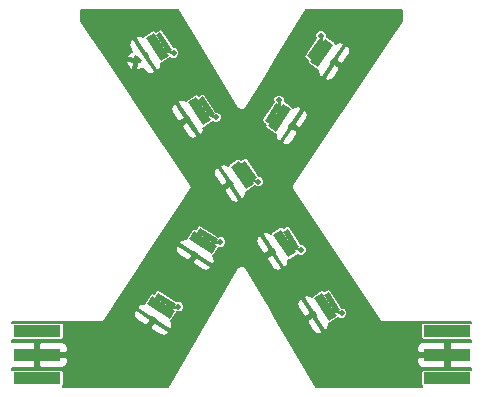
<source format=gtl>
G04 #@! TF.FileFunction,Copper,L1,Top,Signal*
%FSLAX46Y46*%
G04 Gerber Fmt 4.6, Leading zero omitted, Abs format (unit mm)*
G04 Created by KiCad (PCBNEW 4.0.0-rc2-stable) date 3/3/2016 3:49:08 PM*
%MOMM*%
G01*
G04 APERTURE LIST*
%ADD10C,0.150000*%
%ADD11C,0.500000*%
%ADD12R,4.000000X1.000000*%
%ADD13C,0.600000*%
%ADD14C,0.254000*%
%ADD15C,0.152400*%
G04 APERTURE END LIST*
D10*
G36*
X62786975Y-37441450D02*
X64297489Y-38420403D01*
X64025557Y-38839990D01*
X62515043Y-37861037D01*
X62786975Y-37441450D01*
X62786975Y-37441450D01*
G37*
G36*
X61494895Y-38975441D02*
X63424997Y-40226325D01*
X63250961Y-40494861D01*
X61320859Y-39243977D01*
X61494895Y-38975441D01*
X61494895Y-38975441D01*
G37*
G36*
X62305250Y-37725071D02*
X64235352Y-38975955D01*
X63800262Y-39647295D01*
X61870160Y-38396411D01*
X62305250Y-37725071D01*
X62305250Y-37725071D01*
G37*
D11*
X64522048Y-38625520D03*
D10*
G36*
X59227285Y-42934015D02*
X60737799Y-43912968D01*
X60465867Y-44332555D01*
X58955353Y-43353602D01*
X59227285Y-42934015D01*
X59227285Y-42934015D01*
G37*
G36*
X57935205Y-44468006D02*
X59865307Y-45718890D01*
X59691271Y-45987426D01*
X57761169Y-44736542D01*
X57935205Y-44468006D01*
X57935205Y-44468006D01*
G37*
G36*
X58745560Y-43217636D02*
X60675662Y-44468520D01*
X60240572Y-45139860D01*
X58310470Y-43888976D01*
X58745560Y-43217636D01*
X58745560Y-43217636D01*
G37*
D11*
X60962358Y-44118085D03*
D10*
G36*
X73683234Y-42869474D02*
X74658484Y-44382381D01*
X74238232Y-44653284D01*
X73262982Y-43140377D01*
X73683234Y-42869474D01*
X73683234Y-42869474D01*
G37*
G36*
X71875180Y-43737542D02*
X73121333Y-45670700D01*
X72852372Y-45844078D01*
X71606219Y-43910920D01*
X71875180Y-43737542D01*
X71875180Y-43737542D01*
G37*
G36*
X73127531Y-42930251D02*
X74373684Y-44863410D01*
X73701281Y-45296855D01*
X72455128Y-43363696D01*
X73127531Y-42930251D01*
X73127531Y-42930251D01*
G37*
D11*
X74779001Y-44661622D03*
D10*
G36*
X70232964Y-37517073D02*
X71208214Y-39029980D01*
X70787962Y-39300883D01*
X69812712Y-37787976D01*
X70232964Y-37517073D01*
X70232964Y-37517073D01*
G37*
G36*
X68424910Y-38385141D02*
X69671063Y-40318299D01*
X69402102Y-40491677D01*
X68155949Y-38558519D01*
X68424910Y-38385141D01*
X68424910Y-38385141D01*
G37*
G36*
X69677261Y-37577850D02*
X70923414Y-39511009D01*
X70251011Y-39944454D01*
X69004858Y-38011295D01*
X69677261Y-37577850D01*
X69677261Y-37577850D01*
G37*
D11*
X71328731Y-39309221D03*
D10*
G36*
X71845394Y-22925904D02*
X72832727Y-21420855D01*
X73250796Y-21695114D01*
X72263463Y-23200163D01*
X71845394Y-22925904D01*
X71845394Y-22925904D01*
G37*
G36*
X73372180Y-24226490D02*
X74633772Y-22303372D01*
X74901336Y-22478898D01*
X73639744Y-24402016D01*
X73372180Y-24226490D01*
X73372180Y-24226490D01*
G37*
G36*
X72126333Y-23409198D02*
X73387926Y-21486079D01*
X74056837Y-21924894D01*
X72795244Y-23848013D01*
X72126333Y-23409198D01*
X72126333Y-23409198D01*
G37*
D11*
X73039090Y-21197440D03*
D10*
G36*
X68275714Y-28367370D02*
X69263047Y-26862321D01*
X69681116Y-27136580D01*
X68693783Y-28641629D01*
X68275714Y-28367370D01*
X68275714Y-28367370D01*
G37*
G36*
X69802500Y-29667956D02*
X71064092Y-27744838D01*
X71331656Y-27920364D01*
X70070064Y-29843482D01*
X69802500Y-29667956D01*
X69802500Y-29667956D01*
G37*
G36*
X68556653Y-28850664D02*
X69818246Y-26927545D01*
X70487157Y-27366360D01*
X69225564Y-29289479D01*
X68556653Y-28850664D01*
X68556653Y-28850664D01*
G37*
D11*
X69469410Y-26638906D03*
D10*
G36*
X66624090Y-31744369D02*
X67615706Y-33246600D01*
X67198420Y-33522049D01*
X66206804Y-32019818D01*
X66624090Y-31744369D01*
X66624090Y-31744369D01*
G37*
G36*
X64825567Y-32632013D02*
X66092632Y-34551530D01*
X65825569Y-34727817D01*
X64558504Y-32808300D01*
X64825567Y-32632013D01*
X64825567Y-32632013D01*
G37*
G36*
X66069079Y-31811174D02*
X67336145Y-33730691D01*
X66668487Y-34171410D01*
X65401421Y-32251893D01*
X66069079Y-31811174D01*
X66069079Y-31811174D01*
G37*
D11*
X67739247Y-33524516D03*
D10*
G36*
X63032350Y-26303140D02*
X64023966Y-27805371D01*
X63606680Y-28080820D01*
X62615064Y-26578589D01*
X63032350Y-26303140D01*
X63032350Y-26303140D01*
G37*
G36*
X61233827Y-27190784D02*
X62500892Y-29110301D01*
X62233829Y-29286588D01*
X60966764Y-27367071D01*
X61233827Y-27190784D01*
X61233827Y-27190784D01*
G37*
G36*
X62477339Y-26369945D02*
X63744405Y-28289462D01*
X63076747Y-28730181D01*
X61809681Y-26810664D01*
X62477339Y-26369945D01*
X62477339Y-26369945D01*
G37*
D11*
X64147507Y-28083287D03*
D10*
G36*
X59440615Y-20861912D02*
X60432231Y-22364143D01*
X60014945Y-22639592D01*
X59023329Y-21137361D01*
X59440615Y-20861912D01*
X59440615Y-20861912D01*
G37*
G36*
X57642092Y-21749556D02*
X58909157Y-23669073D01*
X58642094Y-23845360D01*
X57375029Y-21925843D01*
X57642092Y-21749556D01*
X57642092Y-21749556D01*
G37*
G36*
X58885604Y-20928717D02*
X60152670Y-22848234D01*
X59485012Y-23288953D01*
X58217946Y-21369436D01*
X58885604Y-20928717D01*
X58885604Y-20928717D01*
G37*
D11*
X60555772Y-22642059D03*
D12*
X83741430Y-50192207D03*
X83741430Y-48192207D03*
X83741430Y-46192207D03*
D13*
X82741430Y-50192207D03*
X82741430Y-48192207D03*
X82741430Y-46192207D03*
D12*
X49020836Y-46192207D03*
X49020836Y-48192207D03*
X49020836Y-50192207D03*
D13*
X50020836Y-46192207D03*
X50020836Y-48192207D03*
X50020836Y-50192207D03*
D11*
X57389473Y-23280933D03*
D14*
X63410000Y-38140000D02*
X63050000Y-38690000D01*
X63410000Y-38140000D02*
X63050000Y-38690000D01*
X63410000Y-38140000D02*
X63050000Y-38690000D01*
X63410000Y-38140000D02*
X63050000Y-38690000D01*
X63410000Y-38140000D02*
X63050000Y-38690000D01*
X63410000Y-38140000D02*
X63050000Y-38690000D01*
X63410000Y-38140000D02*
X63050000Y-38690000D01*
X63410000Y-38140000D02*
X63050000Y-38690000D01*
X63410000Y-38140000D02*
X63050000Y-38690000D01*
X63050000Y-38690000D02*
X64520000Y-38630000D01*
X63050000Y-38690000D02*
X64520000Y-38630000D01*
X63050000Y-38690000D02*
X64520000Y-38630000D01*
X63050000Y-38690000D02*
X64520000Y-38630000D01*
X63050000Y-38690000D02*
X64520000Y-38630000D01*
X63050000Y-38690000D02*
X64520000Y-38630000D01*
X63050000Y-38690000D02*
X64520000Y-38630000D01*
X63050000Y-38690000D02*
X64520000Y-38630000D01*
X63050000Y-38690000D02*
X64520000Y-38630000D01*
X59850000Y-43630000D02*
X59490000Y-44180000D01*
X59850000Y-43630000D02*
X59490000Y-44180000D01*
X59850000Y-43630000D02*
X59490000Y-44180000D01*
X59850000Y-43630000D02*
X59490000Y-44180000D01*
X59850000Y-43630000D02*
X59490000Y-44180000D01*
X59850000Y-43630000D02*
X59490000Y-44180000D01*
X59850000Y-43630000D02*
X59490000Y-44180000D01*
X59850000Y-43630000D02*
X59490000Y-44180000D01*
X59850000Y-43630000D02*
X59490000Y-44180000D01*
X59490000Y-44180000D02*
X60960000Y-44120000D01*
X59490000Y-44180000D02*
X60960000Y-44120000D01*
X59490000Y-44180000D02*
X60960000Y-44120000D01*
X59490000Y-44180000D02*
X60960000Y-44120000D01*
X59490000Y-44180000D02*
X60960000Y-44120000D01*
X59490000Y-44180000D02*
X60960000Y-44120000D01*
X59490000Y-44180000D02*
X60960000Y-44120000D01*
X59490000Y-44180000D02*
X60960000Y-44120000D01*
X59490000Y-44180000D02*
X60960000Y-44120000D01*
X73960000Y-43760000D02*
X73410000Y-44110000D01*
X73960000Y-43760000D02*
X73410000Y-44110000D01*
X73960000Y-43760000D02*
X73410000Y-44110000D01*
X73960000Y-43760000D02*
X73410000Y-44110000D01*
X73960000Y-43760000D02*
X73410000Y-44110000D01*
X73960000Y-43760000D02*
X73410000Y-44110000D01*
X73960000Y-43760000D02*
X73410000Y-44110000D01*
X73960000Y-43760000D02*
X73410000Y-44110000D01*
X73960000Y-43760000D02*
X73410000Y-44110000D01*
X73410000Y-44110000D02*
X74780000Y-44660000D01*
X73410000Y-44110000D02*
X74780000Y-44660000D01*
X73410000Y-44110000D02*
X74780000Y-44660000D01*
X73410000Y-44110000D02*
X74780000Y-44660000D01*
X73410000Y-44110000D02*
X74780000Y-44660000D01*
X73410000Y-44110000D02*
X74780000Y-44660000D01*
X73410000Y-44110000D02*
X74780000Y-44660000D01*
X73410000Y-44110000D02*
X74780000Y-44660000D01*
X73410000Y-44110000D02*
X74780000Y-44660000D01*
X70510000Y-38410000D02*
X69960000Y-38760000D01*
X70510000Y-38410000D02*
X69960000Y-38760000D01*
X70510000Y-38410000D02*
X69960000Y-38760000D01*
X70510000Y-38410000D02*
X69960000Y-38760000D01*
X70510000Y-38410000D02*
X69960000Y-38760000D01*
X70510000Y-38410000D02*
X69960000Y-38760000D01*
X70510000Y-38410000D02*
X69960000Y-38760000D01*
X70510000Y-38410000D02*
X69960000Y-38760000D01*
X70510000Y-38410000D02*
X69960000Y-38760000D01*
X69960000Y-38760000D02*
X71330000Y-39310000D01*
X69960000Y-38760000D02*
X71330000Y-39310000D01*
X69960000Y-38760000D02*
X71330000Y-39310000D01*
X69960000Y-38760000D02*
X71330000Y-39310000D01*
X69960000Y-38760000D02*
X71330000Y-39310000D01*
X69960000Y-38760000D02*
X71330000Y-39310000D01*
X69960000Y-38760000D02*
X71330000Y-39310000D01*
X69960000Y-38760000D02*
X71330000Y-39310000D01*
X69960000Y-38760000D02*
X71330000Y-39310000D01*
X72550000Y-22310000D02*
X73090000Y-22670000D01*
X72550000Y-22310000D02*
X73090000Y-22670000D01*
X72550000Y-22310000D02*
X73090000Y-22670000D01*
X72550000Y-22310000D02*
X73090000Y-22670000D01*
X72550000Y-22310000D02*
X73090000Y-22670000D01*
X72550000Y-22310000D02*
X73090000Y-22670000D01*
X72550000Y-22310000D02*
X73090000Y-22670000D01*
X72550000Y-22310000D02*
X73090000Y-22670000D01*
X72550000Y-22310000D02*
X73090000Y-22670000D01*
X73090000Y-22670000D02*
X73040000Y-21200000D01*
X73090000Y-22670000D02*
X73040000Y-21200000D01*
X73090000Y-22670000D02*
X73040000Y-21200000D01*
X73090000Y-22670000D02*
X73040000Y-21200000D01*
X73090000Y-22670000D02*
X73040000Y-21200000D01*
X73090000Y-22670000D02*
X73040000Y-21200000D01*
X73090000Y-22670000D02*
X73040000Y-21200000D01*
X73090000Y-22670000D02*
X73040000Y-21200000D01*
X73090000Y-22670000D02*
X73040000Y-21200000D01*
X68980000Y-27750000D02*
X69520000Y-28110000D01*
X68980000Y-27750000D02*
X69520000Y-28110000D01*
X68980000Y-27750000D02*
X69520000Y-28110000D01*
X68980000Y-27750000D02*
X69520000Y-28110000D01*
X68980000Y-27750000D02*
X69520000Y-28110000D01*
X68980000Y-27750000D02*
X69520000Y-28110000D01*
X68980000Y-27750000D02*
X69520000Y-28110000D01*
X68980000Y-27750000D02*
X69520000Y-28110000D01*
X68980000Y-27750000D02*
X69520000Y-28110000D01*
X69520000Y-28110000D02*
X69470000Y-26640000D01*
X69520000Y-28110000D02*
X69470000Y-26640000D01*
X69520000Y-28110000D02*
X69470000Y-26640000D01*
X69520000Y-28110000D02*
X69470000Y-26640000D01*
X69520000Y-28110000D02*
X69470000Y-26640000D01*
X69520000Y-28110000D02*
X69470000Y-26640000D01*
X69520000Y-28110000D02*
X69470000Y-26640000D01*
X69520000Y-28110000D02*
X69470000Y-26640000D01*
X69520000Y-28110000D02*
X69470000Y-26640000D01*
X66910000Y-32630000D02*
X66370000Y-32990000D01*
X66910000Y-32630000D02*
X66370000Y-32990000D01*
X66910000Y-32630000D02*
X66370000Y-32990000D01*
X66910000Y-32630000D02*
X66370000Y-32990000D01*
X66910000Y-32630000D02*
X66370000Y-32990000D01*
X66910000Y-32630000D02*
X66370000Y-32990000D01*
X66910000Y-32630000D02*
X66370000Y-32990000D01*
X66910000Y-32630000D02*
X66370000Y-32990000D01*
X66910000Y-32630000D02*
X66370000Y-32990000D01*
X66370000Y-32990000D02*
X67740000Y-33520000D01*
X66370000Y-32990000D02*
X67740000Y-33520000D01*
X66370000Y-32990000D02*
X67740000Y-33520000D01*
X66370000Y-32990000D02*
X67740000Y-33520000D01*
X66370000Y-32990000D02*
X67740000Y-33520000D01*
X66370000Y-32990000D02*
X67740000Y-33520000D01*
X66370000Y-32990000D02*
X67740000Y-33520000D01*
X66370000Y-32990000D02*
X67740000Y-33520000D01*
X66370000Y-32990000D02*
X67740000Y-33520000D01*
X63320000Y-27190000D02*
X62780000Y-27550000D01*
X63320000Y-27190000D02*
X62780000Y-27550000D01*
X63320000Y-27190000D02*
X62780000Y-27550000D01*
X63320000Y-27190000D02*
X62780000Y-27550000D01*
X63320000Y-27190000D02*
X62780000Y-27550000D01*
X63320000Y-27190000D02*
X62780000Y-27550000D01*
X63320000Y-27190000D02*
X62780000Y-27550000D01*
X63320000Y-27190000D02*
X62780000Y-27550000D01*
X63320000Y-27190000D02*
X62780000Y-27550000D01*
X62780000Y-27550000D02*
X64150000Y-28080000D01*
X62780000Y-27550000D02*
X64150000Y-28080000D01*
X62780000Y-27550000D02*
X64150000Y-28080000D01*
X62780000Y-27550000D02*
X64150000Y-28080000D01*
X62780000Y-27550000D02*
X64150000Y-28080000D01*
X62780000Y-27550000D02*
X64150000Y-28080000D01*
X62780000Y-27550000D02*
X64150000Y-28080000D01*
X62780000Y-27550000D02*
X64150000Y-28080000D01*
X62780000Y-27550000D02*
X64150000Y-28080000D01*
X59730000Y-21750000D02*
X59190000Y-22110000D01*
X59730000Y-21750000D02*
X59190000Y-22110000D01*
X59730000Y-21750000D02*
X59190000Y-22110000D01*
X59730000Y-21750000D02*
X59190000Y-22110000D01*
X59730000Y-21750000D02*
X59190000Y-22110000D01*
X59730000Y-21750000D02*
X59190000Y-22110000D01*
X59730000Y-21750000D02*
X59190000Y-22110000D01*
X59730000Y-21750000D02*
X59190000Y-22110000D01*
X59730000Y-21750000D02*
X59190000Y-22110000D01*
X59190000Y-22110000D02*
X60560000Y-22640000D01*
X59190000Y-22110000D02*
X60560000Y-22640000D01*
X59190000Y-22110000D02*
X60560000Y-22640000D01*
X59190000Y-22110000D02*
X60560000Y-22640000D01*
X59190000Y-22110000D02*
X60560000Y-22640000D01*
X59190000Y-22110000D02*
X60560000Y-22640000D01*
X59190000Y-22110000D02*
X60560000Y-22640000D01*
X59190000Y-22110000D02*
X60560000Y-22640000D01*
X59190000Y-22110000D02*
X60560000Y-22640000D01*
D15*
G36*
X65962129Y-27295036D02*
X65984581Y-27319433D01*
X66003000Y-27347000D01*
X66021042Y-27359056D01*
X66035739Y-27375026D01*
X66065819Y-27388974D01*
X66093384Y-27407393D01*
X66114669Y-27411627D01*
X66134356Y-27420756D01*
X66167482Y-27422132D01*
X66200000Y-27428600D01*
X66440000Y-27428600D01*
X66472053Y-27422224D01*
X66504709Y-27420981D01*
X66524862Y-27411720D01*
X66546616Y-27407393D01*
X66573789Y-27389236D01*
X66603483Y-27375591D01*
X66618558Y-27359323D01*
X66637000Y-27347000D01*
X66655157Y-27319827D01*
X66677369Y-27295856D01*
X68257401Y-24724489D01*
X73332520Y-24724489D01*
X73374526Y-24926718D01*
X73416463Y-24954229D01*
X73644782Y-24997640D01*
X73872334Y-24950373D01*
X74064476Y-24819623D01*
X74191957Y-24625297D01*
X74581375Y-24031685D01*
X74539368Y-23829456D01*
X74106123Y-23545241D01*
X73332520Y-24724489D01*
X68257401Y-24724489D01*
X69335394Y-22970150D01*
X71616554Y-22970150D01*
X71651798Y-23055695D01*
X71717546Y-23120789D01*
X71940730Y-23267201D01*
X71931448Y-23281350D01*
X71898308Y-23360926D01*
X71897493Y-23453444D01*
X71932737Y-23538989D01*
X71998485Y-23604083D01*
X72667396Y-24042898D01*
X72746972Y-24076038D01*
X72806021Y-24076558D01*
X72776556Y-24231527D01*
X72823822Y-24459080D01*
X72954572Y-24651222D01*
X72996508Y-24678733D01*
X73198737Y-24636726D01*
X73972340Y-23457478D01*
X73905449Y-23413597D01*
X74014142Y-23247910D01*
X74301176Y-23247910D01*
X74734421Y-23532125D01*
X74936650Y-23490118D01*
X75326068Y-22896506D01*
X75453548Y-22702180D01*
X75496960Y-22473861D01*
X75449694Y-22246308D01*
X75318944Y-22054166D01*
X75277008Y-22026655D01*
X75074779Y-22068662D01*
X74301176Y-23247910D01*
X74014142Y-23247910D01*
X74100503Y-23116266D01*
X74167393Y-23160147D01*
X74940996Y-21980899D01*
X74898990Y-21778670D01*
X74857053Y-21751159D01*
X74628734Y-21707748D01*
X74401182Y-21755015D01*
X74270543Y-21843913D01*
X74250433Y-21795103D01*
X74184685Y-21730009D01*
X73517607Y-21292396D01*
X73517773Y-21102658D01*
X73445064Y-20926689D01*
X73310549Y-20791940D01*
X73134707Y-20718924D01*
X72944308Y-20718757D01*
X72768339Y-20791466D01*
X72633590Y-20925981D01*
X72560574Y-21101823D01*
X72560407Y-21292222D01*
X72590531Y-21365127D01*
X71650509Y-22798056D01*
X71617369Y-22877632D01*
X71616554Y-22970150D01*
X69335394Y-22970150D01*
X71775801Y-18998600D01*
X79921400Y-18998600D01*
X79921400Y-19895397D01*
X70608446Y-33815079D01*
X70587907Y-33864580D01*
X70567062Y-33914118D01*
X70567058Y-33914828D01*
X70566786Y-33915484D01*
X70566753Y-33969204D01*
X70566453Y-34022821D01*
X70566720Y-34023477D01*
X70566720Y-34024188D01*
X70587248Y-34073831D01*
X70607489Y-34123482D01*
X77987489Y-45303482D01*
X78007327Y-45323544D01*
X78023000Y-45347000D01*
X78045170Y-45361814D01*
X78063923Y-45380778D01*
X78089929Y-45391721D01*
X78113384Y-45407393D01*
X78139538Y-45412595D01*
X78164118Y-45422938D01*
X78192331Y-45423096D01*
X78220000Y-45428600D01*
X85771400Y-45428600D01*
X85771400Y-45465198D01*
X85741430Y-45459129D01*
X81741430Y-45459129D01*
X81656716Y-45475069D01*
X81578912Y-45525135D01*
X81526715Y-45601527D01*
X81508352Y-45692207D01*
X81508352Y-46692207D01*
X81524292Y-46776921D01*
X81574358Y-46854725D01*
X81650750Y-46906922D01*
X81741430Y-46925285D01*
X85741430Y-46925285D01*
X85771400Y-46919646D01*
X85771400Y-47108007D01*
X84065280Y-47108007D01*
X83919230Y-47254057D01*
X83919230Y-48014407D01*
X83939230Y-48014407D01*
X83939230Y-48370007D01*
X83919230Y-48370007D01*
X83919230Y-49130357D01*
X84065280Y-49276407D01*
X85771400Y-49276407D01*
X85771400Y-49465198D01*
X85741430Y-49459129D01*
X81741430Y-49459129D01*
X81656716Y-49475069D01*
X81578912Y-49525135D01*
X81526715Y-49601527D01*
X81508352Y-49692207D01*
X81508352Y-50692207D01*
X81524292Y-50776921D01*
X81574358Y-50854725D01*
X81598762Y-50871400D01*
X81350000Y-50871400D01*
X81299726Y-50881400D01*
X72570291Y-50881400D01*
X70648624Y-47576002D01*
X81157230Y-47576002D01*
X81157230Y-47868357D01*
X81303280Y-48014407D01*
X81873510Y-48014407D01*
X81842018Y-48130540D01*
X81872812Y-48370007D01*
X81303280Y-48370007D01*
X81157230Y-48516057D01*
X81157230Y-48808412D01*
X81246169Y-49023130D01*
X81410508Y-49187468D01*
X81625226Y-49276407D01*
X83417580Y-49276407D01*
X83563630Y-49130357D01*
X83563630Y-48538605D01*
X83640842Y-48253874D01*
X83595977Y-47904990D01*
X83563630Y-47826897D01*
X83563630Y-47254057D01*
X83417580Y-47108007D01*
X81625226Y-47108007D01*
X81410508Y-47196946D01*
X81246169Y-47361284D01*
X81157230Y-47576002D01*
X70648624Y-47576002D01*
X69422054Y-45466219D01*
X71913737Y-45466219D01*
X72298389Y-46062930D01*
X72424310Y-46258271D01*
X72615398Y-46390555D01*
X72842565Y-46439643D01*
X73071224Y-46398061D01*
X73113379Y-46370887D01*
X73157004Y-46169001D01*
X72392869Y-44983596D01*
X71957362Y-45264333D01*
X71913737Y-45466219D01*
X69422054Y-45466219D01*
X68512144Y-43901113D01*
X71010655Y-43901113D01*
X71052237Y-44129772D01*
X71178157Y-44325113D01*
X71562809Y-44921825D01*
X71764696Y-44965449D01*
X72200203Y-44684713D01*
X71436067Y-43499308D01*
X71234181Y-43455683D01*
X71192025Y-43482858D01*
X71059742Y-43673947D01*
X71010655Y-43901113D01*
X68512144Y-43901113D01*
X68228147Y-43412619D01*
X71570548Y-43412619D01*
X72334683Y-44598024D01*
X72401923Y-44554680D01*
X72594590Y-44853562D01*
X72527349Y-44896907D01*
X73291485Y-46082312D01*
X73493371Y-46125937D01*
X73535527Y-46098762D01*
X73667810Y-45907673D01*
X73716897Y-45680507D01*
X73688625Y-45525039D01*
X73741398Y-45526455D01*
X73827564Y-45492758D01*
X74499833Y-45059399D01*
X74507542Y-45067122D01*
X74683384Y-45140138D01*
X74873783Y-45140305D01*
X75049752Y-45067596D01*
X75184501Y-44933081D01*
X75257517Y-44757239D01*
X75257684Y-44566840D01*
X75184975Y-44390871D01*
X75050460Y-44256122D01*
X74874618Y-44183106D01*
X74807297Y-44183047D01*
X73879137Y-42743191D01*
X73819841Y-42680625D01*
X73735605Y-42642356D01*
X73643118Y-42639874D01*
X73556951Y-42673571D01*
X73332602Y-42818191D01*
X73323434Y-42803968D01*
X73264138Y-42741402D01*
X73179902Y-42703133D01*
X73087414Y-42700651D01*
X73001248Y-42734348D01*
X72328845Y-43167793D01*
X72266279Y-43227089D01*
X72241854Y-43280852D01*
X72112154Y-43191065D01*
X71884987Y-43141977D01*
X71656328Y-43183559D01*
X71614173Y-43210733D01*
X71570548Y-43412619D01*
X68228147Y-43412619D01*
X66720854Y-40819974D01*
X66697018Y-40792959D01*
X66677000Y-40763000D01*
X66661369Y-40752556D01*
X66648934Y-40738462D01*
X66616576Y-40722625D01*
X66586616Y-40702607D01*
X66568179Y-40698940D01*
X66551296Y-40690677D01*
X66515336Y-40688429D01*
X66480000Y-40681400D01*
X66200000Y-40681400D01*
X66164664Y-40688429D01*
X66128704Y-40690677D01*
X66111820Y-40698940D01*
X66093384Y-40702607D01*
X66063428Y-40722623D01*
X66031066Y-40738461D01*
X66018629Y-40752557D01*
X66003000Y-40763000D01*
X65982983Y-40792958D01*
X65959146Y-40819974D01*
X60109709Y-50881400D01*
X51380274Y-50881400D01*
X51330000Y-50871400D01*
X51164518Y-50871400D01*
X51183354Y-50859279D01*
X51235551Y-50782887D01*
X51253914Y-50692207D01*
X51253914Y-49692207D01*
X51237974Y-49607493D01*
X51187908Y-49529689D01*
X51111516Y-49477492D01*
X51020836Y-49459129D01*
X47020836Y-49459129D01*
X46936122Y-49475069D01*
X46908600Y-49492779D01*
X46908600Y-49276407D01*
X48696986Y-49276407D01*
X48843036Y-49130357D01*
X48843036Y-48370007D01*
X48823036Y-48370007D01*
X48823036Y-48130540D01*
X49121424Y-48130540D01*
X49166289Y-48479424D01*
X49198636Y-48557517D01*
X49198636Y-49130357D01*
X49344686Y-49276407D01*
X51137040Y-49276407D01*
X51351758Y-49187468D01*
X51516097Y-49023130D01*
X51605036Y-48808412D01*
X51605036Y-48516057D01*
X51458986Y-48370007D01*
X50888756Y-48370007D01*
X50920248Y-48253874D01*
X50889454Y-48014407D01*
X51458986Y-48014407D01*
X51605036Y-47868357D01*
X51605036Y-47576002D01*
X51516097Y-47361284D01*
X51351758Y-47196946D01*
X51137040Y-47108007D01*
X49344686Y-47108007D01*
X49198636Y-47254057D01*
X49198636Y-47845809D01*
X49121424Y-48130540D01*
X48823036Y-48130540D01*
X48823036Y-48014407D01*
X48843036Y-48014407D01*
X48843036Y-47254057D01*
X48696986Y-47108007D01*
X46908600Y-47108007D01*
X46908600Y-46892193D01*
X46930156Y-46906922D01*
X47020836Y-46925285D01*
X51020836Y-46925285D01*
X51105550Y-46909345D01*
X51183354Y-46859279D01*
X51235551Y-46782887D01*
X51253914Y-46692207D01*
X51253914Y-45826367D01*
X58637132Y-45826367D01*
X58680262Y-46028359D01*
X59276030Y-46414472D01*
X59471062Y-46540870D01*
X59699618Y-46583012D01*
X59926904Y-46534482D01*
X60118317Y-46402666D01*
X60145594Y-46360578D01*
X60102464Y-46158585D01*
X58918934Y-45391549D01*
X58637132Y-45826367D01*
X51253914Y-45826367D01*
X51253914Y-45692207D01*
X51237974Y-45607493D01*
X51187908Y-45529689D01*
X51111516Y-45477492D01*
X51020836Y-45459129D01*
X47020836Y-45459129D01*
X46936122Y-45475069D01*
X46908600Y-45492779D01*
X46908600Y-45428600D01*
X54450000Y-45428600D01*
X54477923Y-45423046D01*
X54506392Y-45422833D01*
X54530713Y-45412545D01*
X54556616Y-45407393D01*
X54580288Y-45391576D01*
X54606508Y-45380485D01*
X54625042Y-45361672D01*
X54647000Y-45347000D01*
X54662816Y-45323329D01*
X54682798Y-45303047D01*
X55049743Y-44744890D01*
X57165583Y-44744890D01*
X57214114Y-44972176D01*
X57345930Y-45163589D01*
X57540961Y-45289987D01*
X58136729Y-45676100D01*
X58338721Y-45632969D01*
X58620524Y-45198151D01*
X57436994Y-44431115D01*
X57235002Y-44474245D01*
X57207724Y-44516334D01*
X57165583Y-44744890D01*
X55049743Y-44744890D01*
X55477092Y-44094854D01*
X57480882Y-44094854D01*
X57524012Y-44296847D01*
X58707542Y-45063883D01*
X58751051Y-44996749D01*
X59049461Y-45190147D01*
X59005952Y-45257281D01*
X60189482Y-46024317D01*
X60391474Y-45981187D01*
X60418752Y-45939098D01*
X60460893Y-45710542D01*
X60412362Y-45483256D01*
X60322739Y-45353112D01*
X60371438Y-45332732D01*
X60436165Y-45266622D01*
X60870398Y-44596604D01*
X61057140Y-44596768D01*
X61233109Y-44524059D01*
X61367858Y-44389544D01*
X61440874Y-44213702D01*
X61441041Y-44023303D01*
X61368332Y-43847334D01*
X61233817Y-43712585D01*
X61057975Y-43639569D01*
X60867576Y-43639402D01*
X60792264Y-43670520D01*
X59354047Y-42738422D01*
X59274289Y-42705726D01*
X59181768Y-42705425D01*
X59096420Y-42741143D01*
X59031692Y-42807252D01*
X58886523Y-43031246D01*
X58872322Y-43022043D01*
X58792563Y-42989347D01*
X58700043Y-42989046D01*
X58614694Y-43024764D01*
X58549967Y-43090874D01*
X58114877Y-43762214D01*
X58082181Y-43841973D01*
X58081989Y-43901024D01*
X57926858Y-43872420D01*
X57699572Y-43920950D01*
X57508159Y-44052766D01*
X57480882Y-44094854D01*
X55477092Y-44094854D01*
X57949698Y-40333802D01*
X62196822Y-40333802D01*
X62239952Y-40535794D01*
X62835720Y-40921907D01*
X63030752Y-41048305D01*
X63259308Y-41090447D01*
X63486594Y-41041917D01*
X63678007Y-40910101D01*
X63705284Y-40868013D01*
X63662154Y-40666020D01*
X62478624Y-39898984D01*
X62196822Y-40333802D01*
X57949698Y-40333802D01*
X58660687Y-39252325D01*
X60725273Y-39252325D01*
X60773804Y-39479611D01*
X60905620Y-39671024D01*
X61100651Y-39797422D01*
X61696419Y-40183535D01*
X61898411Y-40140404D01*
X62180214Y-39705586D01*
X60996684Y-38938550D01*
X60794692Y-38981680D01*
X60767414Y-39023769D01*
X60725273Y-39252325D01*
X58660687Y-39252325D01*
X59088036Y-38602289D01*
X61040572Y-38602289D01*
X61083702Y-38804282D01*
X62267232Y-39571318D01*
X62310741Y-39504184D01*
X62609151Y-39697582D01*
X62565642Y-39764716D01*
X63749172Y-40531752D01*
X63951164Y-40488622D01*
X63978442Y-40446533D01*
X64020583Y-40217977D01*
X63998343Y-40113818D01*
X68463467Y-40113818D01*
X68848119Y-40710529D01*
X68974040Y-40905870D01*
X69165128Y-41038154D01*
X69392295Y-41087242D01*
X69620954Y-41045660D01*
X69663109Y-41018486D01*
X69706734Y-40816600D01*
X68942599Y-39631195D01*
X68507092Y-39911932D01*
X68463467Y-40113818D01*
X63998343Y-40113818D01*
X63972052Y-39990691D01*
X63882429Y-39860547D01*
X63931128Y-39840167D01*
X63995855Y-39774057D01*
X64430088Y-39104039D01*
X64616830Y-39104203D01*
X64792799Y-39031494D01*
X64927548Y-38896979D01*
X65000564Y-38721137D01*
X65000715Y-38548712D01*
X67560385Y-38548712D01*
X67601967Y-38777371D01*
X67727887Y-38972712D01*
X68112539Y-39569424D01*
X68314426Y-39613048D01*
X68749933Y-39332312D01*
X67985797Y-38146907D01*
X67783911Y-38103282D01*
X67741755Y-38130457D01*
X67609472Y-38321546D01*
X67560385Y-38548712D01*
X65000715Y-38548712D01*
X65000731Y-38530738D01*
X64928022Y-38354769D01*
X64793507Y-38220020D01*
X64617665Y-38147004D01*
X64427266Y-38146837D01*
X64351954Y-38177955D01*
X64170288Y-38060218D01*
X68120278Y-38060218D01*
X68884413Y-39245623D01*
X68951653Y-39202279D01*
X69144320Y-39501161D01*
X69077079Y-39544506D01*
X69841215Y-40729911D01*
X70043101Y-40773536D01*
X70085257Y-40746361D01*
X70217540Y-40555272D01*
X70266627Y-40328106D01*
X70238355Y-40172638D01*
X70291128Y-40174054D01*
X70377294Y-40140357D01*
X71049563Y-39706998D01*
X71057272Y-39714721D01*
X71233114Y-39787737D01*
X71423513Y-39787904D01*
X71599482Y-39715195D01*
X71734231Y-39580680D01*
X71807247Y-39404838D01*
X71807414Y-39214439D01*
X71734705Y-39038470D01*
X71600190Y-38903721D01*
X71424348Y-38830705D01*
X71357027Y-38830646D01*
X70428867Y-37390790D01*
X70369571Y-37328224D01*
X70285335Y-37289955D01*
X70192848Y-37287473D01*
X70106681Y-37321170D01*
X69882332Y-37465790D01*
X69873164Y-37451567D01*
X69813868Y-37389001D01*
X69729632Y-37350732D01*
X69637144Y-37348250D01*
X69550978Y-37381947D01*
X68878575Y-37815392D01*
X68816009Y-37874688D01*
X68791584Y-37928451D01*
X68661884Y-37838664D01*
X68434717Y-37789576D01*
X68206058Y-37831158D01*
X68163903Y-37858332D01*
X68120278Y-38060218D01*
X64170288Y-38060218D01*
X62913737Y-37245857D01*
X62833979Y-37213161D01*
X62741458Y-37212860D01*
X62656110Y-37248578D01*
X62591382Y-37314687D01*
X62446213Y-37538681D01*
X62432012Y-37529478D01*
X62352253Y-37496782D01*
X62259733Y-37496481D01*
X62174384Y-37532199D01*
X62109657Y-37598309D01*
X61674567Y-38269649D01*
X61641871Y-38349408D01*
X61641679Y-38408459D01*
X61486548Y-38379855D01*
X61259262Y-38428385D01*
X61067849Y-38560201D01*
X61040572Y-38602289D01*
X59088036Y-38602289D01*
X61876907Y-34360170D01*
X64882888Y-34360170D01*
X65273995Y-34952670D01*
X65402029Y-35146632D01*
X65594542Y-35276834D01*
X65822228Y-35323453D01*
X66050422Y-35279391D01*
X66092280Y-35251761D01*
X66133711Y-35049413D01*
X65356752Y-33872374D01*
X64924318Y-34157822D01*
X64882888Y-34360170D01*
X61876907Y-34360170D01*
X62032798Y-34123047D01*
X62052906Y-34073458D01*
X62073279Y-34024188D01*
X62073278Y-34023216D01*
X62073646Y-34022309D01*
X62073246Y-33968813D01*
X62073214Y-33915483D01*
X62072840Y-33914582D01*
X62072833Y-33913608D01*
X62052014Y-33864389D01*
X62031554Y-33815079D01*
X61355735Y-32804960D01*
X63962868Y-32804960D01*
X64006930Y-33033154D01*
X64134963Y-33227117D01*
X64526071Y-33819617D01*
X64728419Y-33861048D01*
X65160853Y-33575600D01*
X64383893Y-32398561D01*
X64181545Y-32357130D01*
X64139687Y-32384760D01*
X64009486Y-32577274D01*
X63962868Y-32804960D01*
X61355735Y-32804960D01*
X61024862Y-32310417D01*
X64517425Y-32310417D01*
X65294384Y-33487456D01*
X65361150Y-33443384D01*
X65557049Y-33740158D01*
X65490283Y-33784230D01*
X66267243Y-34961269D01*
X66469591Y-35002700D01*
X66511449Y-34975070D01*
X66641650Y-34782556D01*
X66688268Y-34554870D01*
X66658310Y-34399718D01*
X66711094Y-34400561D01*
X66796889Y-34365930D01*
X67463609Y-33925830D01*
X67467788Y-33930016D01*
X67643630Y-34003032D01*
X67834029Y-34003199D01*
X68009998Y-33930490D01*
X68144747Y-33795975D01*
X68217763Y-33620133D01*
X68217930Y-33429734D01*
X68145221Y-33253765D01*
X68010706Y-33119016D01*
X67834864Y-33046000D01*
X67762528Y-33045937D01*
X66818611Y-31615967D01*
X66758639Y-31554048D01*
X66673993Y-31516696D01*
X66581483Y-31515218D01*
X66495688Y-31549849D01*
X66272922Y-31696896D01*
X66263599Y-31682772D01*
X66203628Y-31620853D01*
X66118982Y-31583501D01*
X66026472Y-31582023D01*
X65940677Y-31616654D01*
X65273019Y-32057373D01*
X65211100Y-32117344D01*
X65187260Y-32171369D01*
X65056594Y-32082996D01*
X64828908Y-32036377D01*
X64600714Y-32080439D01*
X64558856Y-32108069D01*
X64517425Y-32310417D01*
X61024862Y-32310417D01*
X59590111Y-30165955D01*
X69762840Y-30165955D01*
X69804846Y-30368184D01*
X69846783Y-30395695D01*
X70075102Y-30439106D01*
X70302654Y-30391839D01*
X70494796Y-30261089D01*
X70622277Y-30066763D01*
X71011695Y-29473151D01*
X70969688Y-29270922D01*
X70536443Y-28986707D01*
X69762840Y-30165955D01*
X59590111Y-30165955D01*
X58755797Y-28918941D01*
X61291148Y-28918941D01*
X61682255Y-29511441D01*
X61810289Y-29705403D01*
X62002802Y-29835605D01*
X62230488Y-29882224D01*
X62458682Y-29838162D01*
X62500540Y-29810532D01*
X62541971Y-29608184D01*
X61765012Y-28431145D01*
X61332578Y-28716593D01*
X61291148Y-28918941D01*
X58755797Y-28918941D01*
X57715285Y-27363731D01*
X60371128Y-27363731D01*
X60415190Y-27591925D01*
X60543223Y-27785888D01*
X60934331Y-28378388D01*
X61136679Y-28419819D01*
X61569113Y-28134371D01*
X60792153Y-26957332D01*
X60589805Y-26915901D01*
X60547947Y-26943531D01*
X60417746Y-27136045D01*
X60371128Y-27363731D01*
X57715285Y-27363731D01*
X57384412Y-26869188D01*
X60925685Y-26869188D01*
X61702644Y-28046227D01*
X61769410Y-28002155D01*
X61965309Y-28298929D01*
X61898543Y-28343001D01*
X62675503Y-29520040D01*
X62877851Y-29561471D01*
X62919709Y-29533841D01*
X63049910Y-29341327D01*
X63096528Y-29113641D01*
X63066570Y-28958489D01*
X63119354Y-28959332D01*
X63205149Y-28924701D01*
X63871869Y-28484601D01*
X63876048Y-28488787D01*
X64051890Y-28561803D01*
X64242289Y-28561970D01*
X64418258Y-28489261D01*
X64496038Y-28411616D01*
X68046874Y-28411616D01*
X68082118Y-28497161D01*
X68147866Y-28562255D01*
X68371050Y-28708667D01*
X68361768Y-28722816D01*
X68328628Y-28802392D01*
X68327813Y-28894910D01*
X68363057Y-28980455D01*
X68428805Y-29045549D01*
X69097716Y-29484364D01*
X69177292Y-29517504D01*
X69236341Y-29518024D01*
X69206876Y-29672993D01*
X69254142Y-29900546D01*
X69384892Y-30092688D01*
X69426828Y-30120199D01*
X69629057Y-30078192D01*
X70402660Y-28898944D01*
X70335769Y-28855063D01*
X70444462Y-28689376D01*
X70731496Y-28689376D01*
X71164741Y-28973591D01*
X71366970Y-28931584D01*
X71756388Y-28337972D01*
X71883868Y-28143646D01*
X71927280Y-27915327D01*
X71880014Y-27687774D01*
X71749264Y-27495632D01*
X71707328Y-27468121D01*
X71505099Y-27510128D01*
X70731496Y-28689376D01*
X70444462Y-28689376D01*
X70530823Y-28557732D01*
X70597713Y-28601613D01*
X71371316Y-27422365D01*
X71329310Y-27220136D01*
X71287373Y-27192625D01*
X71059054Y-27149214D01*
X70831502Y-27196481D01*
X70700863Y-27285379D01*
X70680753Y-27236569D01*
X70615005Y-27171475D01*
X69947927Y-26733862D01*
X69948093Y-26544124D01*
X69875384Y-26368155D01*
X69740869Y-26233406D01*
X69565027Y-26160390D01*
X69374628Y-26160223D01*
X69198659Y-26232932D01*
X69063910Y-26367447D01*
X68990894Y-26543289D01*
X68990727Y-26733688D01*
X69020851Y-26806593D01*
X68080829Y-28239522D01*
X68047689Y-28319098D01*
X68046874Y-28411616D01*
X64496038Y-28411616D01*
X64553007Y-28354746D01*
X64626023Y-28178904D01*
X64626190Y-27988505D01*
X64553481Y-27812536D01*
X64418966Y-27677787D01*
X64243124Y-27604771D01*
X64170788Y-27604708D01*
X63226871Y-26174738D01*
X63166899Y-26112819D01*
X63082253Y-26075467D01*
X62989743Y-26073989D01*
X62903948Y-26108620D01*
X62681182Y-26255667D01*
X62671859Y-26241543D01*
X62611888Y-26179624D01*
X62527242Y-26142272D01*
X62434732Y-26140794D01*
X62348937Y-26175425D01*
X61681279Y-26616144D01*
X61619360Y-26676115D01*
X61595520Y-26730140D01*
X61464854Y-26641767D01*
X61237168Y-26595148D01*
X61008974Y-26639210D01*
X60967116Y-26666840D01*
X60925685Y-26869188D01*
X57384412Y-26869188D01*
X55058009Y-23392013D01*
X56546214Y-23392013D01*
X56652911Y-23706259D01*
X56871744Y-23955752D01*
X56998079Y-24036072D01*
X57146592Y-23942234D01*
X57244760Y-23382462D01*
X56684988Y-23284294D01*
X56546214Y-23392013D01*
X55058009Y-23392013D01*
X54721830Y-22889539D01*
X56634334Y-22889539D01*
X56728172Y-23038052D01*
X57287944Y-23136220D01*
X57326998Y-22913529D01*
X57342596Y-22937160D01*
X57544944Y-22978591D01*
X57572605Y-22960332D01*
X57534186Y-23179404D01*
X57812323Y-23228181D01*
X57740843Y-23275365D01*
X57722915Y-23362925D01*
X57655064Y-23295074D01*
X57519495Y-23430643D01*
X57491002Y-23425646D01*
X57483880Y-23466258D01*
X57403614Y-23546524D01*
X57459928Y-23602838D01*
X57392834Y-23985418D01*
X57500553Y-24124192D01*
X57814799Y-24017495D01*
X57846649Y-23989559D01*
X57864117Y-24007027D01*
X57975372Y-23895772D01*
X58090520Y-24070213D01*
X58218554Y-24264175D01*
X58411067Y-24394377D01*
X58638753Y-24440996D01*
X58866947Y-24396934D01*
X58908805Y-24369304D01*
X58950236Y-24166956D01*
X58173277Y-22989917D01*
X58171938Y-22990801D01*
X58126035Y-22855607D01*
X57958647Y-22664767D01*
X57200418Y-21516104D01*
X56998070Y-21474673D01*
X56956212Y-21502303D01*
X56826011Y-21694817D01*
X56779393Y-21922503D01*
X56823455Y-22150697D01*
X56951488Y-22344660D01*
X57061498Y-22511317D01*
X56964147Y-22544371D01*
X56714654Y-22763204D01*
X56634334Y-22889539D01*
X54721830Y-22889539D01*
X53743961Y-21427960D01*
X57333950Y-21427960D01*
X58110909Y-22604999D01*
X58177675Y-22560927D01*
X58373574Y-22857701D01*
X58306808Y-22901773D01*
X59083768Y-24078812D01*
X59286116Y-24120243D01*
X59327974Y-24092613D01*
X59458175Y-23900099D01*
X59504793Y-23672413D01*
X59474835Y-23517261D01*
X59527619Y-23518104D01*
X59613414Y-23483473D01*
X60280134Y-23043373D01*
X60284313Y-23047559D01*
X60460155Y-23120575D01*
X60650554Y-23120742D01*
X60826523Y-23048033D01*
X60961272Y-22913518D01*
X61034288Y-22737676D01*
X61034455Y-22547277D01*
X60961746Y-22371308D01*
X60827231Y-22236559D01*
X60651389Y-22163543D01*
X60579053Y-22163480D01*
X59635136Y-20733510D01*
X59575164Y-20671591D01*
X59490518Y-20634239D01*
X59398008Y-20632761D01*
X59312213Y-20667392D01*
X59089447Y-20814439D01*
X59080124Y-20800315D01*
X59020153Y-20738396D01*
X58935507Y-20701044D01*
X58842997Y-20699566D01*
X58757202Y-20734197D01*
X58089544Y-21174916D01*
X58027625Y-21234887D01*
X58003785Y-21288912D01*
X57873119Y-21200539D01*
X57645433Y-21153920D01*
X57417239Y-21197982D01*
X57375381Y-21225612D01*
X57333950Y-21427960D01*
X53743961Y-21427960D01*
X52718600Y-19895397D01*
X52718600Y-18998600D01*
X60903567Y-18998600D01*
X65962129Y-27295036D01*
X65962129Y-27295036D01*
G37*
X65962129Y-27295036D02*
X65984581Y-27319433D01*
X66003000Y-27347000D01*
X66021042Y-27359056D01*
X66035739Y-27375026D01*
X66065819Y-27388974D01*
X66093384Y-27407393D01*
X66114669Y-27411627D01*
X66134356Y-27420756D01*
X66167482Y-27422132D01*
X66200000Y-27428600D01*
X66440000Y-27428600D01*
X66472053Y-27422224D01*
X66504709Y-27420981D01*
X66524862Y-27411720D01*
X66546616Y-27407393D01*
X66573789Y-27389236D01*
X66603483Y-27375591D01*
X66618558Y-27359323D01*
X66637000Y-27347000D01*
X66655157Y-27319827D01*
X66677369Y-27295856D01*
X68257401Y-24724489D01*
X73332520Y-24724489D01*
X73374526Y-24926718D01*
X73416463Y-24954229D01*
X73644782Y-24997640D01*
X73872334Y-24950373D01*
X74064476Y-24819623D01*
X74191957Y-24625297D01*
X74581375Y-24031685D01*
X74539368Y-23829456D01*
X74106123Y-23545241D01*
X73332520Y-24724489D01*
X68257401Y-24724489D01*
X69335394Y-22970150D01*
X71616554Y-22970150D01*
X71651798Y-23055695D01*
X71717546Y-23120789D01*
X71940730Y-23267201D01*
X71931448Y-23281350D01*
X71898308Y-23360926D01*
X71897493Y-23453444D01*
X71932737Y-23538989D01*
X71998485Y-23604083D01*
X72667396Y-24042898D01*
X72746972Y-24076038D01*
X72806021Y-24076558D01*
X72776556Y-24231527D01*
X72823822Y-24459080D01*
X72954572Y-24651222D01*
X72996508Y-24678733D01*
X73198737Y-24636726D01*
X73972340Y-23457478D01*
X73905449Y-23413597D01*
X74014142Y-23247910D01*
X74301176Y-23247910D01*
X74734421Y-23532125D01*
X74936650Y-23490118D01*
X75326068Y-22896506D01*
X75453548Y-22702180D01*
X75496960Y-22473861D01*
X75449694Y-22246308D01*
X75318944Y-22054166D01*
X75277008Y-22026655D01*
X75074779Y-22068662D01*
X74301176Y-23247910D01*
X74014142Y-23247910D01*
X74100503Y-23116266D01*
X74167393Y-23160147D01*
X74940996Y-21980899D01*
X74898990Y-21778670D01*
X74857053Y-21751159D01*
X74628734Y-21707748D01*
X74401182Y-21755015D01*
X74270543Y-21843913D01*
X74250433Y-21795103D01*
X74184685Y-21730009D01*
X73517607Y-21292396D01*
X73517773Y-21102658D01*
X73445064Y-20926689D01*
X73310549Y-20791940D01*
X73134707Y-20718924D01*
X72944308Y-20718757D01*
X72768339Y-20791466D01*
X72633590Y-20925981D01*
X72560574Y-21101823D01*
X72560407Y-21292222D01*
X72590531Y-21365127D01*
X71650509Y-22798056D01*
X71617369Y-22877632D01*
X71616554Y-22970150D01*
X69335394Y-22970150D01*
X71775801Y-18998600D01*
X79921400Y-18998600D01*
X79921400Y-19895397D01*
X70608446Y-33815079D01*
X70587907Y-33864580D01*
X70567062Y-33914118D01*
X70567058Y-33914828D01*
X70566786Y-33915484D01*
X70566753Y-33969204D01*
X70566453Y-34022821D01*
X70566720Y-34023477D01*
X70566720Y-34024188D01*
X70587248Y-34073831D01*
X70607489Y-34123482D01*
X77987489Y-45303482D01*
X78007327Y-45323544D01*
X78023000Y-45347000D01*
X78045170Y-45361814D01*
X78063923Y-45380778D01*
X78089929Y-45391721D01*
X78113384Y-45407393D01*
X78139538Y-45412595D01*
X78164118Y-45422938D01*
X78192331Y-45423096D01*
X78220000Y-45428600D01*
X85771400Y-45428600D01*
X85771400Y-45465198D01*
X85741430Y-45459129D01*
X81741430Y-45459129D01*
X81656716Y-45475069D01*
X81578912Y-45525135D01*
X81526715Y-45601527D01*
X81508352Y-45692207D01*
X81508352Y-46692207D01*
X81524292Y-46776921D01*
X81574358Y-46854725D01*
X81650750Y-46906922D01*
X81741430Y-46925285D01*
X85741430Y-46925285D01*
X85771400Y-46919646D01*
X85771400Y-47108007D01*
X84065280Y-47108007D01*
X83919230Y-47254057D01*
X83919230Y-48014407D01*
X83939230Y-48014407D01*
X83939230Y-48370007D01*
X83919230Y-48370007D01*
X83919230Y-49130357D01*
X84065280Y-49276407D01*
X85771400Y-49276407D01*
X85771400Y-49465198D01*
X85741430Y-49459129D01*
X81741430Y-49459129D01*
X81656716Y-49475069D01*
X81578912Y-49525135D01*
X81526715Y-49601527D01*
X81508352Y-49692207D01*
X81508352Y-50692207D01*
X81524292Y-50776921D01*
X81574358Y-50854725D01*
X81598762Y-50871400D01*
X81350000Y-50871400D01*
X81299726Y-50881400D01*
X72570291Y-50881400D01*
X70648624Y-47576002D01*
X81157230Y-47576002D01*
X81157230Y-47868357D01*
X81303280Y-48014407D01*
X81873510Y-48014407D01*
X81842018Y-48130540D01*
X81872812Y-48370007D01*
X81303280Y-48370007D01*
X81157230Y-48516057D01*
X81157230Y-48808412D01*
X81246169Y-49023130D01*
X81410508Y-49187468D01*
X81625226Y-49276407D01*
X83417580Y-49276407D01*
X83563630Y-49130357D01*
X83563630Y-48538605D01*
X83640842Y-48253874D01*
X83595977Y-47904990D01*
X83563630Y-47826897D01*
X83563630Y-47254057D01*
X83417580Y-47108007D01*
X81625226Y-47108007D01*
X81410508Y-47196946D01*
X81246169Y-47361284D01*
X81157230Y-47576002D01*
X70648624Y-47576002D01*
X69422054Y-45466219D01*
X71913737Y-45466219D01*
X72298389Y-46062930D01*
X72424310Y-46258271D01*
X72615398Y-46390555D01*
X72842565Y-46439643D01*
X73071224Y-46398061D01*
X73113379Y-46370887D01*
X73157004Y-46169001D01*
X72392869Y-44983596D01*
X71957362Y-45264333D01*
X71913737Y-45466219D01*
X69422054Y-45466219D01*
X68512144Y-43901113D01*
X71010655Y-43901113D01*
X71052237Y-44129772D01*
X71178157Y-44325113D01*
X71562809Y-44921825D01*
X71764696Y-44965449D01*
X72200203Y-44684713D01*
X71436067Y-43499308D01*
X71234181Y-43455683D01*
X71192025Y-43482858D01*
X71059742Y-43673947D01*
X71010655Y-43901113D01*
X68512144Y-43901113D01*
X68228147Y-43412619D01*
X71570548Y-43412619D01*
X72334683Y-44598024D01*
X72401923Y-44554680D01*
X72594590Y-44853562D01*
X72527349Y-44896907D01*
X73291485Y-46082312D01*
X73493371Y-46125937D01*
X73535527Y-46098762D01*
X73667810Y-45907673D01*
X73716897Y-45680507D01*
X73688625Y-45525039D01*
X73741398Y-45526455D01*
X73827564Y-45492758D01*
X74499833Y-45059399D01*
X74507542Y-45067122D01*
X74683384Y-45140138D01*
X74873783Y-45140305D01*
X75049752Y-45067596D01*
X75184501Y-44933081D01*
X75257517Y-44757239D01*
X75257684Y-44566840D01*
X75184975Y-44390871D01*
X75050460Y-44256122D01*
X74874618Y-44183106D01*
X74807297Y-44183047D01*
X73879137Y-42743191D01*
X73819841Y-42680625D01*
X73735605Y-42642356D01*
X73643118Y-42639874D01*
X73556951Y-42673571D01*
X73332602Y-42818191D01*
X73323434Y-42803968D01*
X73264138Y-42741402D01*
X73179902Y-42703133D01*
X73087414Y-42700651D01*
X73001248Y-42734348D01*
X72328845Y-43167793D01*
X72266279Y-43227089D01*
X72241854Y-43280852D01*
X72112154Y-43191065D01*
X71884987Y-43141977D01*
X71656328Y-43183559D01*
X71614173Y-43210733D01*
X71570548Y-43412619D01*
X68228147Y-43412619D01*
X66720854Y-40819974D01*
X66697018Y-40792959D01*
X66677000Y-40763000D01*
X66661369Y-40752556D01*
X66648934Y-40738462D01*
X66616576Y-40722625D01*
X66586616Y-40702607D01*
X66568179Y-40698940D01*
X66551296Y-40690677D01*
X66515336Y-40688429D01*
X66480000Y-40681400D01*
X66200000Y-40681400D01*
X66164664Y-40688429D01*
X66128704Y-40690677D01*
X66111820Y-40698940D01*
X66093384Y-40702607D01*
X66063428Y-40722623D01*
X66031066Y-40738461D01*
X66018629Y-40752557D01*
X66003000Y-40763000D01*
X65982983Y-40792958D01*
X65959146Y-40819974D01*
X60109709Y-50881400D01*
X51380274Y-50881400D01*
X51330000Y-50871400D01*
X51164518Y-50871400D01*
X51183354Y-50859279D01*
X51235551Y-50782887D01*
X51253914Y-50692207D01*
X51253914Y-49692207D01*
X51237974Y-49607493D01*
X51187908Y-49529689D01*
X51111516Y-49477492D01*
X51020836Y-49459129D01*
X47020836Y-49459129D01*
X46936122Y-49475069D01*
X46908600Y-49492779D01*
X46908600Y-49276407D01*
X48696986Y-49276407D01*
X48843036Y-49130357D01*
X48843036Y-48370007D01*
X48823036Y-48370007D01*
X48823036Y-48130540D01*
X49121424Y-48130540D01*
X49166289Y-48479424D01*
X49198636Y-48557517D01*
X49198636Y-49130357D01*
X49344686Y-49276407D01*
X51137040Y-49276407D01*
X51351758Y-49187468D01*
X51516097Y-49023130D01*
X51605036Y-48808412D01*
X51605036Y-48516057D01*
X51458986Y-48370007D01*
X50888756Y-48370007D01*
X50920248Y-48253874D01*
X50889454Y-48014407D01*
X51458986Y-48014407D01*
X51605036Y-47868357D01*
X51605036Y-47576002D01*
X51516097Y-47361284D01*
X51351758Y-47196946D01*
X51137040Y-47108007D01*
X49344686Y-47108007D01*
X49198636Y-47254057D01*
X49198636Y-47845809D01*
X49121424Y-48130540D01*
X48823036Y-48130540D01*
X48823036Y-48014407D01*
X48843036Y-48014407D01*
X48843036Y-47254057D01*
X48696986Y-47108007D01*
X46908600Y-47108007D01*
X46908600Y-46892193D01*
X46930156Y-46906922D01*
X47020836Y-46925285D01*
X51020836Y-46925285D01*
X51105550Y-46909345D01*
X51183354Y-46859279D01*
X51235551Y-46782887D01*
X51253914Y-46692207D01*
X51253914Y-45826367D01*
X58637132Y-45826367D01*
X58680262Y-46028359D01*
X59276030Y-46414472D01*
X59471062Y-46540870D01*
X59699618Y-46583012D01*
X59926904Y-46534482D01*
X60118317Y-46402666D01*
X60145594Y-46360578D01*
X60102464Y-46158585D01*
X58918934Y-45391549D01*
X58637132Y-45826367D01*
X51253914Y-45826367D01*
X51253914Y-45692207D01*
X51237974Y-45607493D01*
X51187908Y-45529689D01*
X51111516Y-45477492D01*
X51020836Y-45459129D01*
X47020836Y-45459129D01*
X46936122Y-45475069D01*
X46908600Y-45492779D01*
X46908600Y-45428600D01*
X54450000Y-45428600D01*
X54477923Y-45423046D01*
X54506392Y-45422833D01*
X54530713Y-45412545D01*
X54556616Y-45407393D01*
X54580288Y-45391576D01*
X54606508Y-45380485D01*
X54625042Y-45361672D01*
X54647000Y-45347000D01*
X54662816Y-45323329D01*
X54682798Y-45303047D01*
X55049743Y-44744890D01*
X57165583Y-44744890D01*
X57214114Y-44972176D01*
X57345930Y-45163589D01*
X57540961Y-45289987D01*
X58136729Y-45676100D01*
X58338721Y-45632969D01*
X58620524Y-45198151D01*
X57436994Y-44431115D01*
X57235002Y-44474245D01*
X57207724Y-44516334D01*
X57165583Y-44744890D01*
X55049743Y-44744890D01*
X55477092Y-44094854D01*
X57480882Y-44094854D01*
X57524012Y-44296847D01*
X58707542Y-45063883D01*
X58751051Y-44996749D01*
X59049461Y-45190147D01*
X59005952Y-45257281D01*
X60189482Y-46024317D01*
X60391474Y-45981187D01*
X60418752Y-45939098D01*
X60460893Y-45710542D01*
X60412362Y-45483256D01*
X60322739Y-45353112D01*
X60371438Y-45332732D01*
X60436165Y-45266622D01*
X60870398Y-44596604D01*
X61057140Y-44596768D01*
X61233109Y-44524059D01*
X61367858Y-44389544D01*
X61440874Y-44213702D01*
X61441041Y-44023303D01*
X61368332Y-43847334D01*
X61233817Y-43712585D01*
X61057975Y-43639569D01*
X60867576Y-43639402D01*
X60792264Y-43670520D01*
X59354047Y-42738422D01*
X59274289Y-42705726D01*
X59181768Y-42705425D01*
X59096420Y-42741143D01*
X59031692Y-42807252D01*
X58886523Y-43031246D01*
X58872322Y-43022043D01*
X58792563Y-42989347D01*
X58700043Y-42989046D01*
X58614694Y-43024764D01*
X58549967Y-43090874D01*
X58114877Y-43762214D01*
X58082181Y-43841973D01*
X58081989Y-43901024D01*
X57926858Y-43872420D01*
X57699572Y-43920950D01*
X57508159Y-44052766D01*
X57480882Y-44094854D01*
X55477092Y-44094854D01*
X57949698Y-40333802D01*
X62196822Y-40333802D01*
X62239952Y-40535794D01*
X62835720Y-40921907D01*
X63030752Y-41048305D01*
X63259308Y-41090447D01*
X63486594Y-41041917D01*
X63678007Y-40910101D01*
X63705284Y-40868013D01*
X63662154Y-40666020D01*
X62478624Y-39898984D01*
X62196822Y-40333802D01*
X57949698Y-40333802D01*
X58660687Y-39252325D01*
X60725273Y-39252325D01*
X60773804Y-39479611D01*
X60905620Y-39671024D01*
X61100651Y-39797422D01*
X61696419Y-40183535D01*
X61898411Y-40140404D01*
X62180214Y-39705586D01*
X60996684Y-38938550D01*
X60794692Y-38981680D01*
X60767414Y-39023769D01*
X60725273Y-39252325D01*
X58660687Y-39252325D01*
X59088036Y-38602289D01*
X61040572Y-38602289D01*
X61083702Y-38804282D01*
X62267232Y-39571318D01*
X62310741Y-39504184D01*
X62609151Y-39697582D01*
X62565642Y-39764716D01*
X63749172Y-40531752D01*
X63951164Y-40488622D01*
X63978442Y-40446533D01*
X64020583Y-40217977D01*
X63998343Y-40113818D01*
X68463467Y-40113818D01*
X68848119Y-40710529D01*
X68974040Y-40905870D01*
X69165128Y-41038154D01*
X69392295Y-41087242D01*
X69620954Y-41045660D01*
X69663109Y-41018486D01*
X69706734Y-40816600D01*
X68942599Y-39631195D01*
X68507092Y-39911932D01*
X68463467Y-40113818D01*
X63998343Y-40113818D01*
X63972052Y-39990691D01*
X63882429Y-39860547D01*
X63931128Y-39840167D01*
X63995855Y-39774057D01*
X64430088Y-39104039D01*
X64616830Y-39104203D01*
X64792799Y-39031494D01*
X64927548Y-38896979D01*
X65000564Y-38721137D01*
X65000715Y-38548712D01*
X67560385Y-38548712D01*
X67601967Y-38777371D01*
X67727887Y-38972712D01*
X68112539Y-39569424D01*
X68314426Y-39613048D01*
X68749933Y-39332312D01*
X67985797Y-38146907D01*
X67783911Y-38103282D01*
X67741755Y-38130457D01*
X67609472Y-38321546D01*
X67560385Y-38548712D01*
X65000715Y-38548712D01*
X65000731Y-38530738D01*
X64928022Y-38354769D01*
X64793507Y-38220020D01*
X64617665Y-38147004D01*
X64427266Y-38146837D01*
X64351954Y-38177955D01*
X64170288Y-38060218D01*
X68120278Y-38060218D01*
X68884413Y-39245623D01*
X68951653Y-39202279D01*
X69144320Y-39501161D01*
X69077079Y-39544506D01*
X69841215Y-40729911D01*
X70043101Y-40773536D01*
X70085257Y-40746361D01*
X70217540Y-40555272D01*
X70266627Y-40328106D01*
X70238355Y-40172638D01*
X70291128Y-40174054D01*
X70377294Y-40140357D01*
X71049563Y-39706998D01*
X71057272Y-39714721D01*
X71233114Y-39787737D01*
X71423513Y-39787904D01*
X71599482Y-39715195D01*
X71734231Y-39580680D01*
X71807247Y-39404838D01*
X71807414Y-39214439D01*
X71734705Y-39038470D01*
X71600190Y-38903721D01*
X71424348Y-38830705D01*
X71357027Y-38830646D01*
X70428867Y-37390790D01*
X70369571Y-37328224D01*
X70285335Y-37289955D01*
X70192848Y-37287473D01*
X70106681Y-37321170D01*
X69882332Y-37465790D01*
X69873164Y-37451567D01*
X69813868Y-37389001D01*
X69729632Y-37350732D01*
X69637144Y-37348250D01*
X69550978Y-37381947D01*
X68878575Y-37815392D01*
X68816009Y-37874688D01*
X68791584Y-37928451D01*
X68661884Y-37838664D01*
X68434717Y-37789576D01*
X68206058Y-37831158D01*
X68163903Y-37858332D01*
X68120278Y-38060218D01*
X64170288Y-38060218D01*
X62913737Y-37245857D01*
X62833979Y-37213161D01*
X62741458Y-37212860D01*
X62656110Y-37248578D01*
X62591382Y-37314687D01*
X62446213Y-37538681D01*
X62432012Y-37529478D01*
X62352253Y-37496782D01*
X62259733Y-37496481D01*
X62174384Y-37532199D01*
X62109657Y-37598309D01*
X61674567Y-38269649D01*
X61641871Y-38349408D01*
X61641679Y-38408459D01*
X61486548Y-38379855D01*
X61259262Y-38428385D01*
X61067849Y-38560201D01*
X61040572Y-38602289D01*
X59088036Y-38602289D01*
X61876907Y-34360170D01*
X64882888Y-34360170D01*
X65273995Y-34952670D01*
X65402029Y-35146632D01*
X65594542Y-35276834D01*
X65822228Y-35323453D01*
X66050422Y-35279391D01*
X66092280Y-35251761D01*
X66133711Y-35049413D01*
X65356752Y-33872374D01*
X64924318Y-34157822D01*
X64882888Y-34360170D01*
X61876907Y-34360170D01*
X62032798Y-34123047D01*
X62052906Y-34073458D01*
X62073279Y-34024188D01*
X62073278Y-34023216D01*
X62073646Y-34022309D01*
X62073246Y-33968813D01*
X62073214Y-33915483D01*
X62072840Y-33914582D01*
X62072833Y-33913608D01*
X62052014Y-33864389D01*
X62031554Y-33815079D01*
X61355735Y-32804960D01*
X63962868Y-32804960D01*
X64006930Y-33033154D01*
X64134963Y-33227117D01*
X64526071Y-33819617D01*
X64728419Y-33861048D01*
X65160853Y-33575600D01*
X64383893Y-32398561D01*
X64181545Y-32357130D01*
X64139687Y-32384760D01*
X64009486Y-32577274D01*
X63962868Y-32804960D01*
X61355735Y-32804960D01*
X61024862Y-32310417D01*
X64517425Y-32310417D01*
X65294384Y-33487456D01*
X65361150Y-33443384D01*
X65557049Y-33740158D01*
X65490283Y-33784230D01*
X66267243Y-34961269D01*
X66469591Y-35002700D01*
X66511449Y-34975070D01*
X66641650Y-34782556D01*
X66688268Y-34554870D01*
X66658310Y-34399718D01*
X66711094Y-34400561D01*
X66796889Y-34365930D01*
X67463609Y-33925830D01*
X67467788Y-33930016D01*
X67643630Y-34003032D01*
X67834029Y-34003199D01*
X68009998Y-33930490D01*
X68144747Y-33795975D01*
X68217763Y-33620133D01*
X68217930Y-33429734D01*
X68145221Y-33253765D01*
X68010706Y-33119016D01*
X67834864Y-33046000D01*
X67762528Y-33045937D01*
X66818611Y-31615967D01*
X66758639Y-31554048D01*
X66673993Y-31516696D01*
X66581483Y-31515218D01*
X66495688Y-31549849D01*
X66272922Y-31696896D01*
X66263599Y-31682772D01*
X66203628Y-31620853D01*
X66118982Y-31583501D01*
X66026472Y-31582023D01*
X65940677Y-31616654D01*
X65273019Y-32057373D01*
X65211100Y-32117344D01*
X65187260Y-32171369D01*
X65056594Y-32082996D01*
X64828908Y-32036377D01*
X64600714Y-32080439D01*
X64558856Y-32108069D01*
X64517425Y-32310417D01*
X61024862Y-32310417D01*
X59590111Y-30165955D01*
X69762840Y-30165955D01*
X69804846Y-30368184D01*
X69846783Y-30395695D01*
X70075102Y-30439106D01*
X70302654Y-30391839D01*
X70494796Y-30261089D01*
X70622277Y-30066763D01*
X71011695Y-29473151D01*
X70969688Y-29270922D01*
X70536443Y-28986707D01*
X69762840Y-30165955D01*
X59590111Y-30165955D01*
X58755797Y-28918941D01*
X61291148Y-28918941D01*
X61682255Y-29511441D01*
X61810289Y-29705403D01*
X62002802Y-29835605D01*
X62230488Y-29882224D01*
X62458682Y-29838162D01*
X62500540Y-29810532D01*
X62541971Y-29608184D01*
X61765012Y-28431145D01*
X61332578Y-28716593D01*
X61291148Y-28918941D01*
X58755797Y-28918941D01*
X57715285Y-27363731D01*
X60371128Y-27363731D01*
X60415190Y-27591925D01*
X60543223Y-27785888D01*
X60934331Y-28378388D01*
X61136679Y-28419819D01*
X61569113Y-28134371D01*
X60792153Y-26957332D01*
X60589805Y-26915901D01*
X60547947Y-26943531D01*
X60417746Y-27136045D01*
X60371128Y-27363731D01*
X57715285Y-27363731D01*
X57384412Y-26869188D01*
X60925685Y-26869188D01*
X61702644Y-28046227D01*
X61769410Y-28002155D01*
X61965309Y-28298929D01*
X61898543Y-28343001D01*
X62675503Y-29520040D01*
X62877851Y-29561471D01*
X62919709Y-29533841D01*
X63049910Y-29341327D01*
X63096528Y-29113641D01*
X63066570Y-28958489D01*
X63119354Y-28959332D01*
X63205149Y-28924701D01*
X63871869Y-28484601D01*
X63876048Y-28488787D01*
X64051890Y-28561803D01*
X64242289Y-28561970D01*
X64418258Y-28489261D01*
X64496038Y-28411616D01*
X68046874Y-28411616D01*
X68082118Y-28497161D01*
X68147866Y-28562255D01*
X68371050Y-28708667D01*
X68361768Y-28722816D01*
X68328628Y-28802392D01*
X68327813Y-28894910D01*
X68363057Y-28980455D01*
X68428805Y-29045549D01*
X69097716Y-29484364D01*
X69177292Y-29517504D01*
X69236341Y-29518024D01*
X69206876Y-29672993D01*
X69254142Y-29900546D01*
X69384892Y-30092688D01*
X69426828Y-30120199D01*
X69629057Y-30078192D01*
X70402660Y-28898944D01*
X70335769Y-28855063D01*
X70444462Y-28689376D01*
X70731496Y-28689376D01*
X71164741Y-28973591D01*
X71366970Y-28931584D01*
X71756388Y-28337972D01*
X71883868Y-28143646D01*
X71927280Y-27915327D01*
X71880014Y-27687774D01*
X71749264Y-27495632D01*
X71707328Y-27468121D01*
X71505099Y-27510128D01*
X70731496Y-28689376D01*
X70444462Y-28689376D01*
X70530823Y-28557732D01*
X70597713Y-28601613D01*
X71371316Y-27422365D01*
X71329310Y-27220136D01*
X71287373Y-27192625D01*
X71059054Y-27149214D01*
X70831502Y-27196481D01*
X70700863Y-27285379D01*
X70680753Y-27236569D01*
X70615005Y-27171475D01*
X69947927Y-26733862D01*
X69948093Y-26544124D01*
X69875384Y-26368155D01*
X69740869Y-26233406D01*
X69565027Y-26160390D01*
X69374628Y-26160223D01*
X69198659Y-26232932D01*
X69063910Y-26367447D01*
X68990894Y-26543289D01*
X68990727Y-26733688D01*
X69020851Y-26806593D01*
X68080829Y-28239522D01*
X68047689Y-28319098D01*
X68046874Y-28411616D01*
X64496038Y-28411616D01*
X64553007Y-28354746D01*
X64626023Y-28178904D01*
X64626190Y-27988505D01*
X64553481Y-27812536D01*
X64418966Y-27677787D01*
X64243124Y-27604771D01*
X64170788Y-27604708D01*
X63226871Y-26174738D01*
X63166899Y-26112819D01*
X63082253Y-26075467D01*
X62989743Y-26073989D01*
X62903948Y-26108620D01*
X62681182Y-26255667D01*
X62671859Y-26241543D01*
X62611888Y-26179624D01*
X62527242Y-26142272D01*
X62434732Y-26140794D01*
X62348937Y-26175425D01*
X61681279Y-26616144D01*
X61619360Y-26676115D01*
X61595520Y-26730140D01*
X61464854Y-26641767D01*
X61237168Y-26595148D01*
X61008974Y-26639210D01*
X60967116Y-26666840D01*
X60925685Y-26869188D01*
X57384412Y-26869188D01*
X55058009Y-23392013D01*
X56546214Y-23392013D01*
X56652911Y-23706259D01*
X56871744Y-23955752D01*
X56998079Y-24036072D01*
X57146592Y-23942234D01*
X57244760Y-23382462D01*
X56684988Y-23284294D01*
X56546214Y-23392013D01*
X55058009Y-23392013D01*
X54721830Y-22889539D01*
X56634334Y-22889539D01*
X56728172Y-23038052D01*
X57287944Y-23136220D01*
X57326998Y-22913529D01*
X57342596Y-22937160D01*
X57544944Y-22978591D01*
X57572605Y-22960332D01*
X57534186Y-23179404D01*
X57812323Y-23228181D01*
X57740843Y-23275365D01*
X57722915Y-23362925D01*
X57655064Y-23295074D01*
X57519495Y-23430643D01*
X57491002Y-23425646D01*
X57483880Y-23466258D01*
X57403614Y-23546524D01*
X57459928Y-23602838D01*
X57392834Y-23985418D01*
X57500553Y-24124192D01*
X57814799Y-24017495D01*
X57846649Y-23989559D01*
X57864117Y-24007027D01*
X57975372Y-23895772D01*
X58090520Y-24070213D01*
X58218554Y-24264175D01*
X58411067Y-24394377D01*
X58638753Y-24440996D01*
X58866947Y-24396934D01*
X58908805Y-24369304D01*
X58950236Y-24166956D01*
X58173277Y-22989917D01*
X58171938Y-22990801D01*
X58126035Y-22855607D01*
X57958647Y-22664767D01*
X57200418Y-21516104D01*
X56998070Y-21474673D01*
X56956212Y-21502303D01*
X56826011Y-21694817D01*
X56779393Y-21922503D01*
X56823455Y-22150697D01*
X56951488Y-22344660D01*
X57061498Y-22511317D01*
X56964147Y-22544371D01*
X56714654Y-22763204D01*
X56634334Y-22889539D01*
X54721830Y-22889539D01*
X53743961Y-21427960D01*
X57333950Y-21427960D01*
X58110909Y-22604999D01*
X58177675Y-22560927D01*
X58373574Y-22857701D01*
X58306808Y-22901773D01*
X59083768Y-24078812D01*
X59286116Y-24120243D01*
X59327974Y-24092613D01*
X59458175Y-23900099D01*
X59504793Y-23672413D01*
X59474835Y-23517261D01*
X59527619Y-23518104D01*
X59613414Y-23483473D01*
X60280134Y-23043373D01*
X60284313Y-23047559D01*
X60460155Y-23120575D01*
X60650554Y-23120742D01*
X60826523Y-23048033D01*
X60961272Y-22913518D01*
X61034288Y-22737676D01*
X61034455Y-22547277D01*
X60961746Y-22371308D01*
X60827231Y-22236559D01*
X60651389Y-22163543D01*
X60579053Y-22163480D01*
X59635136Y-20733510D01*
X59575164Y-20671591D01*
X59490518Y-20634239D01*
X59398008Y-20632761D01*
X59312213Y-20667392D01*
X59089447Y-20814439D01*
X59080124Y-20800315D01*
X59020153Y-20738396D01*
X58935507Y-20701044D01*
X58842997Y-20699566D01*
X58757202Y-20734197D01*
X58089544Y-21174916D01*
X58027625Y-21234887D01*
X58003785Y-21288912D01*
X57873119Y-21200539D01*
X57645433Y-21153920D01*
X57417239Y-21197982D01*
X57375381Y-21225612D01*
X57333950Y-21427960D01*
X53743961Y-21427960D01*
X52718600Y-19895397D01*
X52718600Y-18998600D01*
X60903567Y-18998600D01*
X65962129Y-27295036D01*
G36*
X82987362Y-48158407D02*
X82953562Y-48192207D01*
X82987362Y-48226007D01*
X82843362Y-48370007D01*
X82639498Y-48370007D01*
X82495498Y-48226007D01*
X82529298Y-48192207D01*
X82495498Y-48158407D01*
X82639498Y-48014407D01*
X82843362Y-48014407D01*
X82987362Y-48158407D01*
X82987362Y-48158407D01*
G37*
X82987362Y-48158407D02*
X82953562Y-48192207D01*
X82987362Y-48226007D01*
X82843362Y-48370007D01*
X82639498Y-48370007D01*
X82495498Y-48226007D01*
X82529298Y-48192207D01*
X82495498Y-48158407D01*
X82639498Y-48014407D01*
X82843362Y-48014407D01*
X82987362Y-48158407D01*
G36*
X50266768Y-48158407D02*
X50232968Y-48192207D01*
X50266768Y-48226007D01*
X50122768Y-48370007D01*
X49918904Y-48370007D01*
X49774904Y-48226007D01*
X49808704Y-48192207D01*
X49774904Y-48158407D01*
X49918904Y-48014407D01*
X50122768Y-48014407D01*
X50266768Y-48158407D01*
X50266768Y-48158407D01*
G37*
X50266768Y-48158407D02*
X50232968Y-48192207D01*
X50266768Y-48226007D01*
X50122768Y-48370007D01*
X49918904Y-48370007D01*
X49774904Y-48226007D01*
X49808704Y-48192207D01*
X49774904Y-48158407D01*
X49918904Y-48014407D01*
X50122768Y-48014407D01*
X50266768Y-48158407D01*
M02*

</source>
